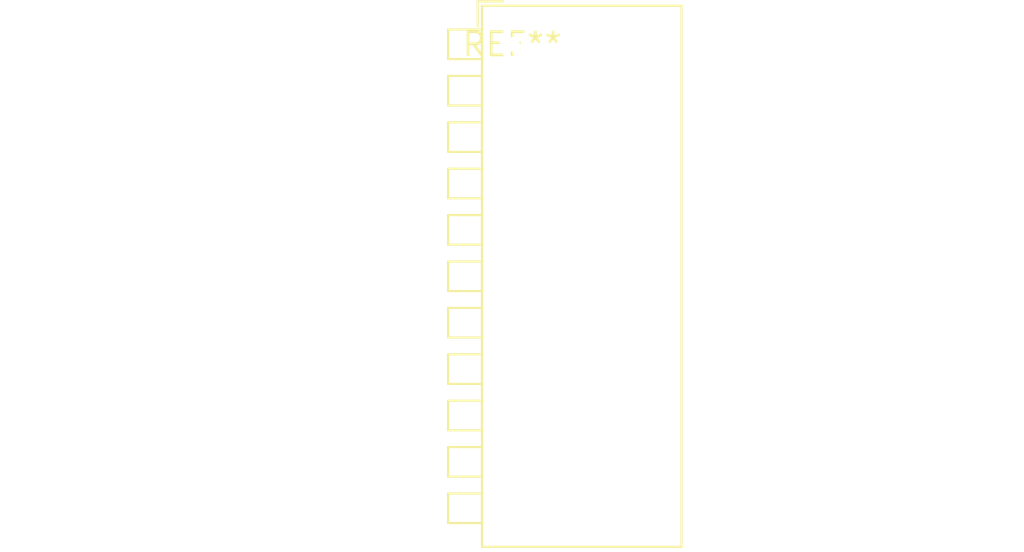
<source format=kicad_pcb>
(kicad_pcb (version 20240108) (generator pcbnew)
  (layers (0 "F.Cu" signal) (31 "B.Cu" signal) (34 "B.Paste" user) (35 "F.Paste" user) (36 "B.SilkS" user "B.Silkscreen") (37 "F.SilkS" user "F.Silkscreen") (38 "B.Mask" user) (39 "F.Mask" user) (44 "Edge.Cuts" user))
  (net 0 "")
  (footprint "SW_DIP_SPSTx11_Piano_10.8x29.5mm_W7.62mm_P2.54mm" (layer "F.Cu") (at 0 0)
    (property "Reference" "REF**")
    (property "Value" "SW_DIP_SPSTx11_Piano_10.8x29.5mm_W7.62mm_P2.54mm")
    (fp_line (start -3.51 -0.81) (end -3.51 0.81) (layer "F.SilkS") (stroke (width 0.12)))
    (fp_line (start -3.51 -0.81) (end -1.65 -0.81) (layer "F.SilkS") (stroke (width 0.12)))
    (fp_line (start -3.51 0.81) (end -1.65 0.81) (layer "F.SilkS") (stroke (width 0.12)))
    (fp_line (start -3.51 1.73) (end -3.51 3.35) (layer "F.SilkS") (stroke (width 0.12)))
    (fp_line (start -3.51 1.73) (end -1.65 1.73) (layer "F.SilkS") (stroke (width 0.12)))
    (fp_line (start -3.51 3.35) (end -1.65 3.35) (layer "F.SilkS") (stroke (width 0.12)))
    (fp_line (start -3.51 4.27) (end -3.51 5.89) (layer "F.SilkS") (stroke (width 0.12)))
    (fp_line (start -3.51 4.27) (end -1.65 4.27) (layer "F.SilkS") (stroke (width 0.12)))
    (fp_line (start -3.51 5.89) (end -1.65 5.89) (layer "F.SilkS") (stroke (width 0.12)))
    (fp_line (start -3.51 6.81) (end -3.51 8.43) (layer "F.SilkS") (stroke (width 0.12)))
    (fp_line (start -3.51 6.81) (end -1.65 6.81) (layer "F.SilkS") (stroke (width 0.12)))
    (fp_line (start -3.51 8.43) (end -1.65 8.43) (layer "F.SilkS") (stroke (width 0.12)))
    (fp_line (start -3.51 9.35) (end -3.51 10.97) (layer "F.SilkS") (stroke (width 0.12)))
    (fp_line (start -3.51 9.35) (end -1.65 9.35) (layer "F.SilkS") (stroke (width 0.12)))
    (fp_line (start -3.51 10.97) (end -1.65 10.97) (layer "F.SilkS") (stroke (width 0.12)))
    (fp_line (start -3.51 11.89) (end -3.51 13.51) (layer "F.SilkS") (stroke (width 0.12)))
    (fp_line (start -3.51 11.89) (end -1.65 11.89) (layer "F.SilkS") (stroke (width 0.12)))
    (fp_line (start -3.51 13.51) (end -1.65 13.51) (layer "F.SilkS") (stroke (width 0.12)))
    (fp_line (start -3.51 14.43) (end -3.51 16.05) (layer "F.SilkS") (stroke (width 0.12)))
    (fp_line (start -3.51 14.43) (end -1.65 14.43) (layer "F.SilkS") (stroke (width 0.12)))
    (fp_line (start -3.51 16.05) (end -1.65 16.05) (layer "F.SilkS") (stroke (width 0.12)))
    (fp_line (start -3.51 16.971) (end -3.51 18.591) (layer "F.SilkS") (stroke (width 0.12)))
    (fp_line (start -3.51 16.971) (end -1.65 16.971) (layer "F.SilkS") (stroke (width 0.12)))
    (fp_line (start -3.51 18.591) (end -1.65 18.591) (layer "F.SilkS") (stroke (width 0.12)))
    (fp_line (start -3.51 19.51) (end -3.51 21.131) (layer "F.SilkS") (stroke (width 0.12)))
    (fp_line (start -3.51 19.51) (end -1.65 19.51) (layer "F.SilkS") (stroke (width 0.12)))
    (fp_line (start -3.51 21.131) (end -1.65 21.131) (layer "F.SilkS") (stroke (width 0.12)))
    (fp_line (start -3.51 22.05) (end -3.51 23.67) (layer "F.SilkS") (stroke (width 0.12)))
    (fp_line (start -3.51 22.05) (end -1.65 22.05) (layer "F.SilkS") (stroke (width 0.12)))
    (fp_line (start -3.51 23.67) (end -1.65 23.67) (layer "F.SilkS") (stroke (width 0.12)))
    (fp_line (start -3.51 24.59) (end -3.51 26.21) (layer "F.SilkS") (stroke (width 0.12)))
    (fp_line (start -3.51 24.59) (end -1.65 24.59) (layer "F.SilkS") (stroke (width 0.12)))
    (fp_line (start -3.51 26.21) (end -1.65 26.21) (layer "F.SilkS") (stroke (width 0.12)))
    (fp_line (start -1.89 -2.35) (end -1.89 -0.967) (layer "F.SilkS") (stroke (width 0.12)))
    (fp_line (start -1.89 -2.35) (end -0.507 -2.35) (layer "F.SilkS") (stroke (width 0.12)))
    (fp_line (start -1.65 -2.11) (end -1.65 27.51) (layer "F.SilkS") (stroke (width 0.12)))
    (fp_line (start -1.65 -2.11) (end 9.27 -2.11) (layer "F.SilkS") (stroke (width 0.12)))
    (fp_line (start -1.65 -0.81) (end -1.65 0.81) (layer "F.SilkS") (stroke (width 0.12)))
    (fp_line (start -1.65 1.73) (end -1.65 3.35) (layer "F.SilkS") (stroke (width 0.12)))
    (fp_line (start -1.65 4.27) (end -1.65 5.89) (layer "F.SilkS") (stroke (width 0.12)))
    (fp_line (start -1.65 6.81) (end -1.65 8.43) (layer "F.SilkS") (stroke (width 0.12)))
    (fp_line (start -1.65 9.35) (end -1.65 10.97) (layer "F.SilkS") (stroke (width 0.12)))
    (fp_line (start -1.65 11.89) (end -1.65 13.51) (layer "F.SilkS") (stroke (width 0.12)))
    (fp_line (start -1.65 14.43) (end -1.65 16.05) (layer "F.SilkS") (stroke (width 0.12)))
    (fp_line (start -1.65 16.971) (end -1.65 18.591) (layer "F.SilkS") (stroke (width 0.12)))
    (fp_line (start -1.65 19.51) (end -1.65 21.131) (layer "F.SilkS") (stroke (width 0.12)))
    (fp_line (start -1.65 22.05) (end -1.65 23.67) (layer "F.SilkS") (stroke (width 0.12)))
    (fp_line (start -1.65 24.59) (end -1.65 26.21) (layer "F.SilkS") (stroke (width 0.12)))
    (fp_line (start -1.65 27.51) (end 9.27 27.51) (layer "F.SilkS") (stroke (width 0.12)))
    (fp_line (start 9.27 -2.11) (end 9.27 27.51) (layer "F.SilkS") (stroke (width 0.12)))
    (pad "1" thru_hole rect (at 0 0) (size 1.6 1.6) (drill 0.8) (layers *.Cu *.Mask) (remove_unused_layers))
    (pad "2" thru_hole oval (at 0 2.54) (size 1.6 1.6) (drill 0.8) (layers *.Cu *.Mask) (remove_unused_layers))
    (pad "3" thru_hole oval (at 0 5.08) (size 1.6 1.6) (drill 0.8) (layers *.Cu *.Mask) (remove_unused_layers))
    (pad "4" thru_hole oval (at 0 7.62) (size 1.6 1.6) (drill 0.8) (layers *.Cu *.Mask) (remove_unused_layers))
    (pad "5" thru_hole oval (at 0 10.16) (size 1.6 1.6) (drill 0.8) (layers *.Cu *.Mask) (remove_unused_layers))
    (pad "6" thru_hole oval (at 0 12.7) (size 1.6 1.6) (drill 0.8) (layers *.Cu *.Mask) (remove_unused_layers))
    (pad "7" thru_hole oval (at 0 15.24) (size 1.6 1.6) (drill 0.8) (layers *.Cu *.Mask) (remove_unused_layers))
    (pad "8" thru_hole oval (at 0 17.78) (size 1.6 1.6) (drill 0.8) (layers *.Cu *.Mask) (remove_unused_layers))
    (pad "9" thru_hole oval (at 0 20.32) (size 1.6 1.6) (drill 0.8) (layers *.Cu *.Mask) (remove_unused_layers))
    (pad "10" thru_hole oval (at 0 22.86) (size 1.6 1.6) (drill 0.8) (layers *.Cu *.Mask) (remove_unused_layers))
    (pad "11" thru_hole oval (at 0 25.4) (size 1.6 1.6) (drill 0.8) (layers *.Cu *.Mask) (remove_unused_layers))
    (pad "12" thru_hole oval (at 7.62 25.4) (size 1.6 1.6) (drill 0.8) (layers *.Cu *.Mask) (remove_unused_layers))
    (pad "13" thru_hole oval (at 7.62 22.86) (size 1.6 1.6) (drill 0.8) (layers *.Cu *.Mask) (remove_unused_layers))
    (pad "14" thru_hole oval (at 7.62 20.32) (size 1.6 1.6) (drill 0.8) (layers *.Cu *.Mask) (remove_unused_layers))
    (pad "15" thru_hole oval (at 7.62 17.78) (size 1.6 1.6) (drill 0.8) (layers *.Cu *.Mask) (remove_unused_layers))
    (pad "16" thru_hole oval (at 7.62 15.24) (size 1.6 1.6) (drill 0.8) (layers *.Cu *.Mask) (remove_unused_layers))
    (pad "17" thru_hole oval (at 7.62 12.7) (size 1.6 1.6) (drill 0.8) (layers *.Cu *.Mask) (remove_unused_layers))
    (pad "18" thru_hole oval (at 7.62 10.16) (size 1.6 1.6) (drill 0.8) (layers *.Cu *.Mask) (remove_unused_layers))
    (pad "19" thru_hole oval (at 7.62 7.62) (size 1.6 1.6) (drill 0.8) (layers *.Cu *.Mask) (remove_unused_layers))
    (pad "20" thru_hole oval (at 7.62 5.08) (size 1.6 1.6) (drill 0.8) (layers *.Cu *.Mask) (remove_unused_layers))
    (pad "21" thru_hole oval (at 7.62 2.54) (size 1.6 1.6) (drill 0.8) (layers *.Cu *.Mask) (remove_unused_layers))
    (pad "22" thru_hole oval (at 7.62 0) (size 1.6 1.6) (drill 0.8) (layers *.Cu *.Mask) (remove_unused_layers))
  )
)
</source>
